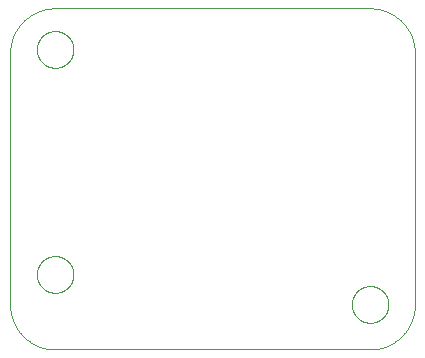
<source format=gko>
G75*
%MOIN*%
%OFA0B0*%
%FSLAX25Y25*%
%IPPOS*%
%LPD*%
%AMOC8*
5,1,8,0,0,1.08239X$1,22.5*
%
%ADD10C,0.00000*%
D10*
X0021800Y0021800D02*
X0126721Y0021800D01*
X0127083Y0021804D01*
X0127446Y0021818D01*
X0127808Y0021839D01*
X0128169Y0021870D01*
X0128529Y0021909D01*
X0128888Y0021957D01*
X0129246Y0022014D01*
X0129603Y0022079D01*
X0129958Y0022153D01*
X0130311Y0022236D01*
X0130662Y0022327D01*
X0131010Y0022426D01*
X0131356Y0022534D01*
X0131700Y0022650D01*
X0132040Y0022775D01*
X0132377Y0022907D01*
X0132711Y0023048D01*
X0133042Y0023197D01*
X0133369Y0023354D01*
X0133692Y0023518D01*
X0134011Y0023690D01*
X0134325Y0023870D01*
X0134636Y0024058D01*
X0134941Y0024253D01*
X0135242Y0024455D01*
X0135538Y0024665D01*
X0135828Y0024881D01*
X0136114Y0025105D01*
X0136394Y0025335D01*
X0136668Y0025572D01*
X0136936Y0025816D01*
X0137199Y0026066D01*
X0137455Y0026322D01*
X0137705Y0026585D01*
X0137949Y0026853D01*
X0138186Y0027127D01*
X0138416Y0027407D01*
X0138640Y0027693D01*
X0138856Y0027983D01*
X0139066Y0028279D01*
X0139268Y0028580D01*
X0139463Y0028885D01*
X0139651Y0029196D01*
X0139831Y0029510D01*
X0140003Y0029829D01*
X0140167Y0030152D01*
X0140324Y0030479D01*
X0140473Y0030810D01*
X0140614Y0031144D01*
X0140746Y0031481D01*
X0140871Y0031821D01*
X0140987Y0032165D01*
X0141095Y0032511D01*
X0141194Y0032859D01*
X0141285Y0033210D01*
X0141368Y0033563D01*
X0141442Y0033918D01*
X0141507Y0034275D01*
X0141564Y0034633D01*
X0141612Y0034992D01*
X0141651Y0035352D01*
X0141682Y0035713D01*
X0141703Y0036075D01*
X0141717Y0036438D01*
X0141721Y0036800D01*
X0141721Y0120501D01*
X0141717Y0120863D01*
X0141703Y0121226D01*
X0141682Y0121588D01*
X0141651Y0121949D01*
X0141612Y0122309D01*
X0141564Y0122668D01*
X0141507Y0123026D01*
X0141442Y0123383D01*
X0141368Y0123738D01*
X0141285Y0124091D01*
X0141194Y0124442D01*
X0141095Y0124790D01*
X0140987Y0125136D01*
X0140871Y0125480D01*
X0140746Y0125820D01*
X0140614Y0126157D01*
X0140473Y0126491D01*
X0140324Y0126822D01*
X0140167Y0127149D01*
X0140003Y0127472D01*
X0139831Y0127791D01*
X0139651Y0128105D01*
X0139463Y0128416D01*
X0139268Y0128721D01*
X0139066Y0129022D01*
X0138856Y0129318D01*
X0138640Y0129608D01*
X0138416Y0129894D01*
X0138186Y0130174D01*
X0137949Y0130448D01*
X0137705Y0130716D01*
X0137455Y0130979D01*
X0137199Y0131235D01*
X0136936Y0131485D01*
X0136668Y0131729D01*
X0136394Y0131966D01*
X0136114Y0132196D01*
X0135828Y0132420D01*
X0135538Y0132636D01*
X0135242Y0132846D01*
X0134941Y0133048D01*
X0134636Y0133243D01*
X0134325Y0133431D01*
X0134011Y0133611D01*
X0133692Y0133783D01*
X0133369Y0133947D01*
X0133042Y0134104D01*
X0132711Y0134253D01*
X0132377Y0134394D01*
X0132040Y0134526D01*
X0131700Y0134651D01*
X0131356Y0134767D01*
X0131010Y0134875D01*
X0130662Y0134974D01*
X0130311Y0135065D01*
X0129958Y0135148D01*
X0129603Y0135222D01*
X0129246Y0135287D01*
X0128888Y0135344D01*
X0128529Y0135392D01*
X0128169Y0135431D01*
X0127808Y0135462D01*
X0127446Y0135483D01*
X0127083Y0135497D01*
X0126721Y0135501D01*
X0021800Y0135501D01*
X0015698Y0121800D02*
X0015700Y0121956D01*
X0015706Y0122112D01*
X0015716Y0122267D01*
X0015730Y0122422D01*
X0015748Y0122577D01*
X0015770Y0122731D01*
X0015795Y0122885D01*
X0015825Y0123038D01*
X0015859Y0123190D01*
X0015896Y0123342D01*
X0015937Y0123492D01*
X0015982Y0123641D01*
X0016031Y0123789D01*
X0016084Y0123936D01*
X0016140Y0124081D01*
X0016200Y0124225D01*
X0016264Y0124367D01*
X0016332Y0124508D01*
X0016403Y0124646D01*
X0016477Y0124783D01*
X0016555Y0124918D01*
X0016636Y0125051D01*
X0016721Y0125182D01*
X0016809Y0125311D01*
X0016900Y0125437D01*
X0016995Y0125561D01*
X0017092Y0125682D01*
X0017193Y0125801D01*
X0017297Y0125918D01*
X0017403Y0126031D01*
X0017513Y0126142D01*
X0017625Y0126250D01*
X0017740Y0126355D01*
X0017858Y0126458D01*
X0017978Y0126557D01*
X0018101Y0126653D01*
X0018226Y0126746D01*
X0018353Y0126835D01*
X0018483Y0126922D01*
X0018615Y0127005D01*
X0018749Y0127084D01*
X0018885Y0127161D01*
X0019023Y0127233D01*
X0019162Y0127303D01*
X0019304Y0127368D01*
X0019447Y0127430D01*
X0019591Y0127488D01*
X0019737Y0127543D01*
X0019885Y0127594D01*
X0020033Y0127641D01*
X0020183Y0127684D01*
X0020334Y0127723D01*
X0020486Y0127759D01*
X0020638Y0127790D01*
X0020792Y0127818D01*
X0020946Y0127842D01*
X0021100Y0127862D01*
X0021255Y0127878D01*
X0021411Y0127890D01*
X0021566Y0127898D01*
X0021722Y0127902D01*
X0021878Y0127902D01*
X0022034Y0127898D01*
X0022189Y0127890D01*
X0022345Y0127878D01*
X0022500Y0127862D01*
X0022654Y0127842D01*
X0022808Y0127818D01*
X0022962Y0127790D01*
X0023114Y0127759D01*
X0023266Y0127723D01*
X0023417Y0127684D01*
X0023567Y0127641D01*
X0023715Y0127594D01*
X0023863Y0127543D01*
X0024009Y0127488D01*
X0024153Y0127430D01*
X0024296Y0127368D01*
X0024438Y0127303D01*
X0024577Y0127233D01*
X0024715Y0127161D01*
X0024851Y0127084D01*
X0024985Y0127005D01*
X0025117Y0126922D01*
X0025247Y0126835D01*
X0025374Y0126746D01*
X0025499Y0126653D01*
X0025622Y0126557D01*
X0025742Y0126458D01*
X0025860Y0126355D01*
X0025975Y0126250D01*
X0026087Y0126142D01*
X0026197Y0126031D01*
X0026303Y0125918D01*
X0026407Y0125801D01*
X0026508Y0125682D01*
X0026605Y0125561D01*
X0026700Y0125437D01*
X0026791Y0125311D01*
X0026879Y0125182D01*
X0026964Y0125051D01*
X0027045Y0124918D01*
X0027123Y0124783D01*
X0027197Y0124646D01*
X0027268Y0124508D01*
X0027336Y0124367D01*
X0027400Y0124225D01*
X0027460Y0124081D01*
X0027516Y0123936D01*
X0027569Y0123789D01*
X0027618Y0123641D01*
X0027663Y0123492D01*
X0027704Y0123342D01*
X0027741Y0123190D01*
X0027775Y0123038D01*
X0027805Y0122885D01*
X0027830Y0122731D01*
X0027852Y0122577D01*
X0027870Y0122422D01*
X0027884Y0122267D01*
X0027894Y0122112D01*
X0027900Y0121956D01*
X0027902Y0121800D01*
X0027900Y0121644D01*
X0027894Y0121488D01*
X0027884Y0121333D01*
X0027870Y0121178D01*
X0027852Y0121023D01*
X0027830Y0120869D01*
X0027805Y0120715D01*
X0027775Y0120562D01*
X0027741Y0120410D01*
X0027704Y0120258D01*
X0027663Y0120108D01*
X0027618Y0119959D01*
X0027569Y0119811D01*
X0027516Y0119664D01*
X0027460Y0119519D01*
X0027400Y0119375D01*
X0027336Y0119233D01*
X0027268Y0119092D01*
X0027197Y0118954D01*
X0027123Y0118817D01*
X0027045Y0118682D01*
X0026964Y0118549D01*
X0026879Y0118418D01*
X0026791Y0118289D01*
X0026700Y0118163D01*
X0026605Y0118039D01*
X0026508Y0117918D01*
X0026407Y0117799D01*
X0026303Y0117682D01*
X0026197Y0117569D01*
X0026087Y0117458D01*
X0025975Y0117350D01*
X0025860Y0117245D01*
X0025742Y0117142D01*
X0025622Y0117043D01*
X0025499Y0116947D01*
X0025374Y0116854D01*
X0025247Y0116765D01*
X0025117Y0116678D01*
X0024985Y0116595D01*
X0024851Y0116516D01*
X0024715Y0116439D01*
X0024577Y0116367D01*
X0024438Y0116297D01*
X0024296Y0116232D01*
X0024153Y0116170D01*
X0024009Y0116112D01*
X0023863Y0116057D01*
X0023715Y0116006D01*
X0023567Y0115959D01*
X0023417Y0115916D01*
X0023266Y0115877D01*
X0023114Y0115841D01*
X0022962Y0115810D01*
X0022808Y0115782D01*
X0022654Y0115758D01*
X0022500Y0115738D01*
X0022345Y0115722D01*
X0022189Y0115710D01*
X0022034Y0115702D01*
X0021878Y0115698D01*
X0021722Y0115698D01*
X0021566Y0115702D01*
X0021411Y0115710D01*
X0021255Y0115722D01*
X0021100Y0115738D01*
X0020946Y0115758D01*
X0020792Y0115782D01*
X0020638Y0115810D01*
X0020486Y0115841D01*
X0020334Y0115877D01*
X0020183Y0115916D01*
X0020033Y0115959D01*
X0019885Y0116006D01*
X0019737Y0116057D01*
X0019591Y0116112D01*
X0019447Y0116170D01*
X0019304Y0116232D01*
X0019162Y0116297D01*
X0019023Y0116367D01*
X0018885Y0116439D01*
X0018749Y0116516D01*
X0018615Y0116595D01*
X0018483Y0116678D01*
X0018353Y0116765D01*
X0018226Y0116854D01*
X0018101Y0116947D01*
X0017978Y0117043D01*
X0017858Y0117142D01*
X0017740Y0117245D01*
X0017625Y0117350D01*
X0017513Y0117458D01*
X0017403Y0117569D01*
X0017297Y0117682D01*
X0017193Y0117799D01*
X0017092Y0117918D01*
X0016995Y0118039D01*
X0016900Y0118163D01*
X0016809Y0118289D01*
X0016721Y0118418D01*
X0016636Y0118549D01*
X0016555Y0118682D01*
X0016477Y0118817D01*
X0016403Y0118954D01*
X0016332Y0119092D01*
X0016264Y0119233D01*
X0016200Y0119375D01*
X0016140Y0119519D01*
X0016084Y0119664D01*
X0016031Y0119811D01*
X0015982Y0119959D01*
X0015937Y0120108D01*
X0015896Y0120258D01*
X0015859Y0120410D01*
X0015825Y0120562D01*
X0015795Y0120715D01*
X0015770Y0120869D01*
X0015748Y0121023D01*
X0015730Y0121178D01*
X0015716Y0121333D01*
X0015706Y0121488D01*
X0015700Y0121644D01*
X0015698Y0121800D01*
X0006800Y0120501D02*
X0006804Y0120863D01*
X0006818Y0121226D01*
X0006839Y0121588D01*
X0006870Y0121949D01*
X0006909Y0122309D01*
X0006957Y0122668D01*
X0007014Y0123026D01*
X0007079Y0123383D01*
X0007153Y0123738D01*
X0007236Y0124091D01*
X0007327Y0124442D01*
X0007426Y0124790D01*
X0007534Y0125136D01*
X0007650Y0125480D01*
X0007775Y0125820D01*
X0007907Y0126157D01*
X0008048Y0126491D01*
X0008197Y0126822D01*
X0008354Y0127149D01*
X0008518Y0127472D01*
X0008690Y0127791D01*
X0008870Y0128105D01*
X0009058Y0128416D01*
X0009253Y0128721D01*
X0009455Y0129022D01*
X0009665Y0129318D01*
X0009881Y0129608D01*
X0010105Y0129894D01*
X0010335Y0130174D01*
X0010572Y0130448D01*
X0010816Y0130716D01*
X0011066Y0130979D01*
X0011322Y0131235D01*
X0011585Y0131485D01*
X0011853Y0131729D01*
X0012127Y0131966D01*
X0012407Y0132196D01*
X0012693Y0132420D01*
X0012983Y0132636D01*
X0013279Y0132846D01*
X0013580Y0133048D01*
X0013885Y0133243D01*
X0014196Y0133431D01*
X0014510Y0133611D01*
X0014829Y0133783D01*
X0015152Y0133947D01*
X0015479Y0134104D01*
X0015810Y0134253D01*
X0016144Y0134394D01*
X0016481Y0134526D01*
X0016821Y0134651D01*
X0017165Y0134767D01*
X0017511Y0134875D01*
X0017859Y0134974D01*
X0018210Y0135065D01*
X0018563Y0135148D01*
X0018918Y0135222D01*
X0019275Y0135287D01*
X0019633Y0135344D01*
X0019992Y0135392D01*
X0020352Y0135431D01*
X0020713Y0135462D01*
X0021075Y0135483D01*
X0021438Y0135497D01*
X0021800Y0135501D01*
X0006800Y0120501D02*
X0006800Y0036800D01*
X0006804Y0036438D01*
X0006818Y0036075D01*
X0006839Y0035713D01*
X0006870Y0035352D01*
X0006909Y0034992D01*
X0006957Y0034633D01*
X0007014Y0034275D01*
X0007079Y0033918D01*
X0007153Y0033563D01*
X0007236Y0033210D01*
X0007327Y0032859D01*
X0007426Y0032511D01*
X0007534Y0032165D01*
X0007650Y0031821D01*
X0007775Y0031481D01*
X0007907Y0031144D01*
X0008048Y0030810D01*
X0008197Y0030479D01*
X0008354Y0030152D01*
X0008518Y0029829D01*
X0008690Y0029510D01*
X0008870Y0029196D01*
X0009058Y0028885D01*
X0009253Y0028580D01*
X0009455Y0028279D01*
X0009665Y0027983D01*
X0009881Y0027693D01*
X0010105Y0027407D01*
X0010335Y0027127D01*
X0010572Y0026853D01*
X0010816Y0026585D01*
X0011066Y0026322D01*
X0011322Y0026066D01*
X0011585Y0025816D01*
X0011853Y0025572D01*
X0012127Y0025335D01*
X0012407Y0025105D01*
X0012693Y0024881D01*
X0012983Y0024665D01*
X0013279Y0024455D01*
X0013580Y0024253D01*
X0013885Y0024058D01*
X0014196Y0023870D01*
X0014510Y0023690D01*
X0014829Y0023518D01*
X0015152Y0023354D01*
X0015479Y0023197D01*
X0015810Y0023048D01*
X0016144Y0022907D01*
X0016481Y0022775D01*
X0016821Y0022650D01*
X0017165Y0022534D01*
X0017511Y0022426D01*
X0017859Y0022327D01*
X0018210Y0022236D01*
X0018563Y0022153D01*
X0018918Y0022079D01*
X0019275Y0022014D01*
X0019633Y0021957D01*
X0019992Y0021909D01*
X0020352Y0021870D01*
X0020713Y0021839D01*
X0021075Y0021818D01*
X0021438Y0021804D01*
X0021800Y0021800D01*
X0015698Y0046800D02*
X0015700Y0046956D01*
X0015706Y0047112D01*
X0015716Y0047267D01*
X0015730Y0047422D01*
X0015748Y0047577D01*
X0015770Y0047731D01*
X0015795Y0047885D01*
X0015825Y0048038D01*
X0015859Y0048190D01*
X0015896Y0048342D01*
X0015937Y0048492D01*
X0015982Y0048641D01*
X0016031Y0048789D01*
X0016084Y0048936D01*
X0016140Y0049081D01*
X0016200Y0049225D01*
X0016264Y0049367D01*
X0016332Y0049508D01*
X0016403Y0049646D01*
X0016477Y0049783D01*
X0016555Y0049918D01*
X0016636Y0050051D01*
X0016721Y0050182D01*
X0016809Y0050311D01*
X0016900Y0050437D01*
X0016995Y0050561D01*
X0017092Y0050682D01*
X0017193Y0050801D01*
X0017297Y0050918D01*
X0017403Y0051031D01*
X0017513Y0051142D01*
X0017625Y0051250D01*
X0017740Y0051355D01*
X0017858Y0051458D01*
X0017978Y0051557D01*
X0018101Y0051653D01*
X0018226Y0051746D01*
X0018353Y0051835D01*
X0018483Y0051922D01*
X0018615Y0052005D01*
X0018749Y0052084D01*
X0018885Y0052161D01*
X0019023Y0052233D01*
X0019162Y0052303D01*
X0019304Y0052368D01*
X0019447Y0052430D01*
X0019591Y0052488D01*
X0019737Y0052543D01*
X0019885Y0052594D01*
X0020033Y0052641D01*
X0020183Y0052684D01*
X0020334Y0052723D01*
X0020486Y0052759D01*
X0020638Y0052790D01*
X0020792Y0052818D01*
X0020946Y0052842D01*
X0021100Y0052862D01*
X0021255Y0052878D01*
X0021411Y0052890D01*
X0021566Y0052898D01*
X0021722Y0052902D01*
X0021878Y0052902D01*
X0022034Y0052898D01*
X0022189Y0052890D01*
X0022345Y0052878D01*
X0022500Y0052862D01*
X0022654Y0052842D01*
X0022808Y0052818D01*
X0022962Y0052790D01*
X0023114Y0052759D01*
X0023266Y0052723D01*
X0023417Y0052684D01*
X0023567Y0052641D01*
X0023715Y0052594D01*
X0023863Y0052543D01*
X0024009Y0052488D01*
X0024153Y0052430D01*
X0024296Y0052368D01*
X0024438Y0052303D01*
X0024577Y0052233D01*
X0024715Y0052161D01*
X0024851Y0052084D01*
X0024985Y0052005D01*
X0025117Y0051922D01*
X0025247Y0051835D01*
X0025374Y0051746D01*
X0025499Y0051653D01*
X0025622Y0051557D01*
X0025742Y0051458D01*
X0025860Y0051355D01*
X0025975Y0051250D01*
X0026087Y0051142D01*
X0026197Y0051031D01*
X0026303Y0050918D01*
X0026407Y0050801D01*
X0026508Y0050682D01*
X0026605Y0050561D01*
X0026700Y0050437D01*
X0026791Y0050311D01*
X0026879Y0050182D01*
X0026964Y0050051D01*
X0027045Y0049918D01*
X0027123Y0049783D01*
X0027197Y0049646D01*
X0027268Y0049508D01*
X0027336Y0049367D01*
X0027400Y0049225D01*
X0027460Y0049081D01*
X0027516Y0048936D01*
X0027569Y0048789D01*
X0027618Y0048641D01*
X0027663Y0048492D01*
X0027704Y0048342D01*
X0027741Y0048190D01*
X0027775Y0048038D01*
X0027805Y0047885D01*
X0027830Y0047731D01*
X0027852Y0047577D01*
X0027870Y0047422D01*
X0027884Y0047267D01*
X0027894Y0047112D01*
X0027900Y0046956D01*
X0027902Y0046800D01*
X0027900Y0046644D01*
X0027894Y0046488D01*
X0027884Y0046333D01*
X0027870Y0046178D01*
X0027852Y0046023D01*
X0027830Y0045869D01*
X0027805Y0045715D01*
X0027775Y0045562D01*
X0027741Y0045410D01*
X0027704Y0045258D01*
X0027663Y0045108D01*
X0027618Y0044959D01*
X0027569Y0044811D01*
X0027516Y0044664D01*
X0027460Y0044519D01*
X0027400Y0044375D01*
X0027336Y0044233D01*
X0027268Y0044092D01*
X0027197Y0043954D01*
X0027123Y0043817D01*
X0027045Y0043682D01*
X0026964Y0043549D01*
X0026879Y0043418D01*
X0026791Y0043289D01*
X0026700Y0043163D01*
X0026605Y0043039D01*
X0026508Y0042918D01*
X0026407Y0042799D01*
X0026303Y0042682D01*
X0026197Y0042569D01*
X0026087Y0042458D01*
X0025975Y0042350D01*
X0025860Y0042245D01*
X0025742Y0042142D01*
X0025622Y0042043D01*
X0025499Y0041947D01*
X0025374Y0041854D01*
X0025247Y0041765D01*
X0025117Y0041678D01*
X0024985Y0041595D01*
X0024851Y0041516D01*
X0024715Y0041439D01*
X0024577Y0041367D01*
X0024438Y0041297D01*
X0024296Y0041232D01*
X0024153Y0041170D01*
X0024009Y0041112D01*
X0023863Y0041057D01*
X0023715Y0041006D01*
X0023567Y0040959D01*
X0023417Y0040916D01*
X0023266Y0040877D01*
X0023114Y0040841D01*
X0022962Y0040810D01*
X0022808Y0040782D01*
X0022654Y0040758D01*
X0022500Y0040738D01*
X0022345Y0040722D01*
X0022189Y0040710D01*
X0022034Y0040702D01*
X0021878Y0040698D01*
X0021722Y0040698D01*
X0021566Y0040702D01*
X0021411Y0040710D01*
X0021255Y0040722D01*
X0021100Y0040738D01*
X0020946Y0040758D01*
X0020792Y0040782D01*
X0020638Y0040810D01*
X0020486Y0040841D01*
X0020334Y0040877D01*
X0020183Y0040916D01*
X0020033Y0040959D01*
X0019885Y0041006D01*
X0019737Y0041057D01*
X0019591Y0041112D01*
X0019447Y0041170D01*
X0019304Y0041232D01*
X0019162Y0041297D01*
X0019023Y0041367D01*
X0018885Y0041439D01*
X0018749Y0041516D01*
X0018615Y0041595D01*
X0018483Y0041678D01*
X0018353Y0041765D01*
X0018226Y0041854D01*
X0018101Y0041947D01*
X0017978Y0042043D01*
X0017858Y0042142D01*
X0017740Y0042245D01*
X0017625Y0042350D01*
X0017513Y0042458D01*
X0017403Y0042569D01*
X0017297Y0042682D01*
X0017193Y0042799D01*
X0017092Y0042918D01*
X0016995Y0043039D01*
X0016900Y0043163D01*
X0016809Y0043289D01*
X0016721Y0043418D01*
X0016636Y0043549D01*
X0016555Y0043682D01*
X0016477Y0043817D01*
X0016403Y0043954D01*
X0016332Y0044092D01*
X0016264Y0044233D01*
X0016200Y0044375D01*
X0016140Y0044519D01*
X0016084Y0044664D01*
X0016031Y0044811D01*
X0015982Y0044959D01*
X0015937Y0045108D01*
X0015896Y0045258D01*
X0015859Y0045410D01*
X0015825Y0045562D01*
X0015795Y0045715D01*
X0015770Y0045869D01*
X0015748Y0046023D01*
X0015730Y0046178D01*
X0015716Y0046333D01*
X0015706Y0046488D01*
X0015700Y0046644D01*
X0015698Y0046800D01*
X0120698Y0036800D02*
X0120700Y0036956D01*
X0120706Y0037112D01*
X0120716Y0037267D01*
X0120730Y0037422D01*
X0120748Y0037577D01*
X0120770Y0037731D01*
X0120795Y0037885D01*
X0120825Y0038038D01*
X0120859Y0038190D01*
X0120896Y0038342D01*
X0120937Y0038492D01*
X0120982Y0038641D01*
X0121031Y0038789D01*
X0121084Y0038936D01*
X0121140Y0039081D01*
X0121200Y0039225D01*
X0121264Y0039367D01*
X0121332Y0039508D01*
X0121403Y0039646D01*
X0121477Y0039783D01*
X0121555Y0039918D01*
X0121636Y0040051D01*
X0121721Y0040182D01*
X0121809Y0040311D01*
X0121900Y0040437D01*
X0121995Y0040561D01*
X0122092Y0040682D01*
X0122193Y0040801D01*
X0122297Y0040918D01*
X0122403Y0041031D01*
X0122513Y0041142D01*
X0122625Y0041250D01*
X0122740Y0041355D01*
X0122858Y0041458D01*
X0122978Y0041557D01*
X0123101Y0041653D01*
X0123226Y0041746D01*
X0123353Y0041835D01*
X0123483Y0041922D01*
X0123615Y0042005D01*
X0123749Y0042084D01*
X0123885Y0042161D01*
X0124023Y0042233D01*
X0124162Y0042303D01*
X0124304Y0042368D01*
X0124447Y0042430D01*
X0124591Y0042488D01*
X0124737Y0042543D01*
X0124885Y0042594D01*
X0125033Y0042641D01*
X0125183Y0042684D01*
X0125334Y0042723D01*
X0125486Y0042759D01*
X0125638Y0042790D01*
X0125792Y0042818D01*
X0125946Y0042842D01*
X0126100Y0042862D01*
X0126255Y0042878D01*
X0126411Y0042890D01*
X0126566Y0042898D01*
X0126722Y0042902D01*
X0126878Y0042902D01*
X0127034Y0042898D01*
X0127189Y0042890D01*
X0127345Y0042878D01*
X0127500Y0042862D01*
X0127654Y0042842D01*
X0127808Y0042818D01*
X0127962Y0042790D01*
X0128114Y0042759D01*
X0128266Y0042723D01*
X0128417Y0042684D01*
X0128567Y0042641D01*
X0128715Y0042594D01*
X0128863Y0042543D01*
X0129009Y0042488D01*
X0129153Y0042430D01*
X0129296Y0042368D01*
X0129438Y0042303D01*
X0129577Y0042233D01*
X0129715Y0042161D01*
X0129851Y0042084D01*
X0129985Y0042005D01*
X0130117Y0041922D01*
X0130247Y0041835D01*
X0130374Y0041746D01*
X0130499Y0041653D01*
X0130622Y0041557D01*
X0130742Y0041458D01*
X0130860Y0041355D01*
X0130975Y0041250D01*
X0131087Y0041142D01*
X0131197Y0041031D01*
X0131303Y0040918D01*
X0131407Y0040801D01*
X0131508Y0040682D01*
X0131605Y0040561D01*
X0131700Y0040437D01*
X0131791Y0040311D01*
X0131879Y0040182D01*
X0131964Y0040051D01*
X0132045Y0039918D01*
X0132123Y0039783D01*
X0132197Y0039646D01*
X0132268Y0039508D01*
X0132336Y0039367D01*
X0132400Y0039225D01*
X0132460Y0039081D01*
X0132516Y0038936D01*
X0132569Y0038789D01*
X0132618Y0038641D01*
X0132663Y0038492D01*
X0132704Y0038342D01*
X0132741Y0038190D01*
X0132775Y0038038D01*
X0132805Y0037885D01*
X0132830Y0037731D01*
X0132852Y0037577D01*
X0132870Y0037422D01*
X0132884Y0037267D01*
X0132894Y0037112D01*
X0132900Y0036956D01*
X0132902Y0036800D01*
X0132900Y0036644D01*
X0132894Y0036488D01*
X0132884Y0036333D01*
X0132870Y0036178D01*
X0132852Y0036023D01*
X0132830Y0035869D01*
X0132805Y0035715D01*
X0132775Y0035562D01*
X0132741Y0035410D01*
X0132704Y0035258D01*
X0132663Y0035108D01*
X0132618Y0034959D01*
X0132569Y0034811D01*
X0132516Y0034664D01*
X0132460Y0034519D01*
X0132400Y0034375D01*
X0132336Y0034233D01*
X0132268Y0034092D01*
X0132197Y0033954D01*
X0132123Y0033817D01*
X0132045Y0033682D01*
X0131964Y0033549D01*
X0131879Y0033418D01*
X0131791Y0033289D01*
X0131700Y0033163D01*
X0131605Y0033039D01*
X0131508Y0032918D01*
X0131407Y0032799D01*
X0131303Y0032682D01*
X0131197Y0032569D01*
X0131087Y0032458D01*
X0130975Y0032350D01*
X0130860Y0032245D01*
X0130742Y0032142D01*
X0130622Y0032043D01*
X0130499Y0031947D01*
X0130374Y0031854D01*
X0130247Y0031765D01*
X0130117Y0031678D01*
X0129985Y0031595D01*
X0129851Y0031516D01*
X0129715Y0031439D01*
X0129577Y0031367D01*
X0129438Y0031297D01*
X0129296Y0031232D01*
X0129153Y0031170D01*
X0129009Y0031112D01*
X0128863Y0031057D01*
X0128715Y0031006D01*
X0128567Y0030959D01*
X0128417Y0030916D01*
X0128266Y0030877D01*
X0128114Y0030841D01*
X0127962Y0030810D01*
X0127808Y0030782D01*
X0127654Y0030758D01*
X0127500Y0030738D01*
X0127345Y0030722D01*
X0127189Y0030710D01*
X0127034Y0030702D01*
X0126878Y0030698D01*
X0126722Y0030698D01*
X0126566Y0030702D01*
X0126411Y0030710D01*
X0126255Y0030722D01*
X0126100Y0030738D01*
X0125946Y0030758D01*
X0125792Y0030782D01*
X0125638Y0030810D01*
X0125486Y0030841D01*
X0125334Y0030877D01*
X0125183Y0030916D01*
X0125033Y0030959D01*
X0124885Y0031006D01*
X0124737Y0031057D01*
X0124591Y0031112D01*
X0124447Y0031170D01*
X0124304Y0031232D01*
X0124162Y0031297D01*
X0124023Y0031367D01*
X0123885Y0031439D01*
X0123749Y0031516D01*
X0123615Y0031595D01*
X0123483Y0031678D01*
X0123353Y0031765D01*
X0123226Y0031854D01*
X0123101Y0031947D01*
X0122978Y0032043D01*
X0122858Y0032142D01*
X0122740Y0032245D01*
X0122625Y0032350D01*
X0122513Y0032458D01*
X0122403Y0032569D01*
X0122297Y0032682D01*
X0122193Y0032799D01*
X0122092Y0032918D01*
X0121995Y0033039D01*
X0121900Y0033163D01*
X0121809Y0033289D01*
X0121721Y0033418D01*
X0121636Y0033549D01*
X0121555Y0033682D01*
X0121477Y0033817D01*
X0121403Y0033954D01*
X0121332Y0034092D01*
X0121264Y0034233D01*
X0121200Y0034375D01*
X0121140Y0034519D01*
X0121084Y0034664D01*
X0121031Y0034811D01*
X0120982Y0034959D01*
X0120937Y0035108D01*
X0120896Y0035258D01*
X0120859Y0035410D01*
X0120825Y0035562D01*
X0120795Y0035715D01*
X0120770Y0035869D01*
X0120748Y0036023D01*
X0120730Y0036178D01*
X0120716Y0036333D01*
X0120706Y0036488D01*
X0120700Y0036644D01*
X0120698Y0036800D01*
M02*

</source>
